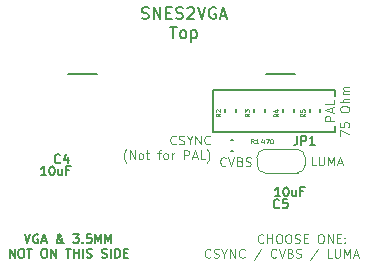
<source format=gbr>
G04 #@! TF.GenerationSoftware,KiCad,Pcbnew,(5.1.8-0-10_14)*
G04 #@! TF.CreationDate,2021-09-18T16:08:48-04:00*
G04 #@! TF.ProjectId,SNES2VGA,534e4553-3256-4474-912e-6b696361645f,1*
G04 #@! TF.SameCoordinates,Original*
G04 #@! TF.FileFunction,Legend,Top*
G04 #@! TF.FilePolarity,Positive*
%FSLAX46Y46*%
G04 Gerber Fmt 4.6, Leading zero omitted, Abs format (unit mm)*
G04 Created by KiCad (PCBNEW (5.1.8-0-10_14)) date 2021-09-18 16:08:48*
%MOMM*%
%LPD*%
G01*
G04 APERTURE LIST*
%ADD10C,0.127000*%
%ADD11C,0.150000*%
%ADD12C,0.125000*%
%ADD13C,0.120000*%
%ADD14C,0.098425*%
%ADD15C,0.100000*%
%ADD16O,1.609600X3.117600*%
%ADD17C,1.801600*%
%ADD18C,4.167600*%
%ADD19C,0.152400*%
G04 APERTURE END LIST*
D10*
X148120000Y-95930000D02*
X150540000Y-95930000D01*
X131380000Y-95930000D02*
X133830000Y-95930000D01*
X127667857Y-109493285D02*
X127917857Y-110243285D01*
X128167857Y-109493285D01*
X128810714Y-109529000D02*
X128739285Y-109493285D01*
X128632142Y-109493285D01*
X128525000Y-109529000D01*
X128453571Y-109600428D01*
X128417857Y-109671857D01*
X128382142Y-109814714D01*
X128382142Y-109921857D01*
X128417857Y-110064714D01*
X128453571Y-110136142D01*
X128525000Y-110207571D01*
X128632142Y-110243285D01*
X128703571Y-110243285D01*
X128810714Y-110207571D01*
X128846428Y-110171857D01*
X128846428Y-109921857D01*
X128703571Y-109921857D01*
X129132142Y-110029000D02*
X129489285Y-110029000D01*
X129060714Y-110243285D02*
X129310714Y-109493285D01*
X129560714Y-110243285D01*
X130989285Y-110243285D02*
X130953571Y-110243285D01*
X130882142Y-110207571D01*
X130775000Y-110100428D01*
X130596428Y-109886142D01*
X130525000Y-109779000D01*
X130489285Y-109671857D01*
X130489285Y-109600428D01*
X130525000Y-109529000D01*
X130596428Y-109493285D01*
X130632142Y-109493285D01*
X130703571Y-109529000D01*
X130739285Y-109600428D01*
X130739285Y-109636142D01*
X130703571Y-109707571D01*
X130667857Y-109743285D01*
X130453571Y-109886142D01*
X130417857Y-109921857D01*
X130382142Y-109993285D01*
X130382142Y-110100428D01*
X130417857Y-110171857D01*
X130453571Y-110207571D01*
X130525000Y-110243285D01*
X130632142Y-110243285D01*
X130703571Y-110207571D01*
X130739285Y-110171857D01*
X130846428Y-110029000D01*
X130882142Y-109921857D01*
X130882142Y-109850428D01*
X131810714Y-109493285D02*
X132275000Y-109493285D01*
X132025000Y-109779000D01*
X132132142Y-109779000D01*
X132203571Y-109814714D01*
X132239285Y-109850428D01*
X132275000Y-109921857D01*
X132275000Y-110100428D01*
X132239285Y-110171857D01*
X132203571Y-110207571D01*
X132132142Y-110243285D01*
X131917857Y-110243285D01*
X131846428Y-110207571D01*
X131810714Y-110171857D01*
X132596428Y-110171857D02*
X132632142Y-110207571D01*
X132596428Y-110243285D01*
X132560714Y-110207571D01*
X132596428Y-110171857D01*
X132596428Y-110243285D01*
X133310714Y-109493285D02*
X132953571Y-109493285D01*
X132917857Y-109850428D01*
X132953571Y-109814714D01*
X133025000Y-109779000D01*
X133203571Y-109779000D01*
X133275000Y-109814714D01*
X133310714Y-109850428D01*
X133346428Y-109921857D01*
X133346428Y-110100428D01*
X133310714Y-110171857D01*
X133275000Y-110207571D01*
X133203571Y-110243285D01*
X133025000Y-110243285D01*
X132953571Y-110207571D01*
X132917857Y-110171857D01*
X133667857Y-110243285D02*
X133667857Y-109493285D01*
X133917857Y-110029000D01*
X134167857Y-109493285D01*
X134167857Y-110243285D01*
X134525000Y-110243285D02*
X134525000Y-109493285D01*
X134775000Y-110029000D01*
X135025000Y-109493285D01*
X135025000Y-110243285D01*
X126400000Y-111495285D02*
X126400000Y-110745285D01*
X126828571Y-111495285D01*
X126828571Y-110745285D01*
X127328571Y-110745285D02*
X127471428Y-110745285D01*
X127542857Y-110781000D01*
X127614285Y-110852428D01*
X127650000Y-110995285D01*
X127650000Y-111245285D01*
X127614285Y-111388142D01*
X127542857Y-111459571D01*
X127471428Y-111495285D01*
X127328571Y-111495285D01*
X127257142Y-111459571D01*
X127185714Y-111388142D01*
X127150000Y-111245285D01*
X127150000Y-110995285D01*
X127185714Y-110852428D01*
X127257142Y-110781000D01*
X127328571Y-110745285D01*
X127864285Y-110745285D02*
X128292857Y-110745285D01*
X128078571Y-111495285D02*
X128078571Y-110745285D01*
X129257142Y-110745285D02*
X129400000Y-110745285D01*
X129471428Y-110781000D01*
X129542857Y-110852428D01*
X129578571Y-110995285D01*
X129578571Y-111245285D01*
X129542857Y-111388142D01*
X129471428Y-111459571D01*
X129400000Y-111495285D01*
X129257142Y-111495285D01*
X129185714Y-111459571D01*
X129114285Y-111388142D01*
X129078571Y-111245285D01*
X129078571Y-110995285D01*
X129114285Y-110852428D01*
X129185714Y-110781000D01*
X129257142Y-110745285D01*
X129900000Y-111495285D02*
X129900000Y-110745285D01*
X130328571Y-111495285D01*
X130328571Y-110745285D01*
X131150000Y-110745285D02*
X131578571Y-110745285D01*
X131364285Y-111495285D02*
X131364285Y-110745285D01*
X131828571Y-111495285D02*
X131828571Y-110745285D01*
X131828571Y-111102428D02*
X132257142Y-111102428D01*
X132257142Y-111495285D02*
X132257142Y-110745285D01*
X132614285Y-111495285D02*
X132614285Y-110745285D01*
X132935714Y-111459571D02*
X133042857Y-111495285D01*
X133221428Y-111495285D01*
X133292857Y-111459571D01*
X133328571Y-111423857D01*
X133364285Y-111352428D01*
X133364285Y-111281000D01*
X133328571Y-111209571D01*
X133292857Y-111173857D01*
X133221428Y-111138142D01*
X133078571Y-111102428D01*
X133007142Y-111066714D01*
X132971428Y-111031000D01*
X132935714Y-110959571D01*
X132935714Y-110888142D01*
X132971428Y-110816714D01*
X133007142Y-110781000D01*
X133078571Y-110745285D01*
X133257142Y-110745285D01*
X133364285Y-110781000D01*
X134221428Y-111459571D02*
X134328571Y-111495285D01*
X134507142Y-111495285D01*
X134578571Y-111459571D01*
X134614285Y-111423857D01*
X134650000Y-111352428D01*
X134650000Y-111281000D01*
X134614285Y-111209571D01*
X134578571Y-111173857D01*
X134507142Y-111138142D01*
X134364285Y-111102428D01*
X134292857Y-111066714D01*
X134257142Y-111031000D01*
X134221428Y-110959571D01*
X134221428Y-110888142D01*
X134257142Y-110816714D01*
X134292857Y-110781000D01*
X134364285Y-110745285D01*
X134542857Y-110745285D01*
X134650000Y-110781000D01*
X134971428Y-111495285D02*
X134971428Y-110745285D01*
X135328571Y-111495285D02*
X135328571Y-110745285D01*
X135507142Y-110745285D01*
X135614285Y-110781000D01*
X135685714Y-110852428D01*
X135721428Y-110923857D01*
X135757142Y-111066714D01*
X135757142Y-111173857D01*
X135721428Y-111316714D01*
X135685714Y-111388142D01*
X135614285Y-111459571D01*
X135507142Y-111495285D01*
X135328571Y-111495285D01*
X136078571Y-111102428D02*
X136328571Y-111102428D01*
X136435714Y-111495285D02*
X136078571Y-111495285D01*
X136078571Y-110745285D01*
X136435714Y-110745285D01*
D11*
X137608571Y-91209761D02*
X137751428Y-91257380D01*
X137989523Y-91257380D01*
X138084761Y-91209761D01*
X138132380Y-91162142D01*
X138180000Y-91066904D01*
X138180000Y-90971666D01*
X138132380Y-90876428D01*
X138084761Y-90828809D01*
X137989523Y-90781190D01*
X137799047Y-90733571D01*
X137703809Y-90685952D01*
X137656190Y-90638333D01*
X137608571Y-90543095D01*
X137608571Y-90447857D01*
X137656190Y-90352619D01*
X137703809Y-90305000D01*
X137799047Y-90257380D01*
X138037142Y-90257380D01*
X138180000Y-90305000D01*
X138608571Y-91257380D02*
X138608571Y-90257380D01*
X139180000Y-91257380D01*
X139180000Y-90257380D01*
X139656190Y-90733571D02*
X139989523Y-90733571D01*
X140132380Y-91257380D02*
X139656190Y-91257380D01*
X139656190Y-90257380D01*
X140132380Y-90257380D01*
X140513333Y-91209761D02*
X140656190Y-91257380D01*
X140894285Y-91257380D01*
X140989523Y-91209761D01*
X141037142Y-91162142D01*
X141084761Y-91066904D01*
X141084761Y-90971666D01*
X141037142Y-90876428D01*
X140989523Y-90828809D01*
X140894285Y-90781190D01*
X140703809Y-90733571D01*
X140608571Y-90685952D01*
X140560952Y-90638333D01*
X140513333Y-90543095D01*
X140513333Y-90447857D01*
X140560952Y-90352619D01*
X140608571Y-90305000D01*
X140703809Y-90257380D01*
X140941904Y-90257380D01*
X141084761Y-90305000D01*
X141465714Y-90352619D02*
X141513333Y-90305000D01*
X141608571Y-90257380D01*
X141846666Y-90257380D01*
X141941904Y-90305000D01*
X141989523Y-90352619D01*
X142037142Y-90447857D01*
X142037142Y-90543095D01*
X141989523Y-90685952D01*
X141418095Y-91257380D01*
X142037142Y-91257380D01*
X142322857Y-90257380D02*
X142656190Y-91257380D01*
X142989523Y-90257380D01*
X143846666Y-90305000D02*
X143751428Y-90257380D01*
X143608571Y-90257380D01*
X143465714Y-90305000D01*
X143370476Y-90400238D01*
X143322857Y-90495476D01*
X143275238Y-90685952D01*
X143275238Y-90828809D01*
X143322857Y-91019285D01*
X143370476Y-91114523D01*
X143465714Y-91209761D01*
X143608571Y-91257380D01*
X143703809Y-91257380D01*
X143846666Y-91209761D01*
X143894285Y-91162142D01*
X143894285Y-90828809D01*
X143703809Y-90828809D01*
X144275238Y-90971666D02*
X144751428Y-90971666D01*
X144180000Y-91257380D02*
X144513333Y-90257380D01*
X144846666Y-91257380D01*
X139989523Y-91907380D02*
X140560952Y-91907380D01*
X140275238Y-92907380D02*
X140275238Y-91907380D01*
X141037142Y-92907380D02*
X140941904Y-92859761D01*
X140894285Y-92812142D01*
X140846666Y-92716904D01*
X140846666Y-92431190D01*
X140894285Y-92335952D01*
X140941904Y-92288333D01*
X141037142Y-92240714D01*
X141180000Y-92240714D01*
X141275238Y-92288333D01*
X141322857Y-92335952D01*
X141370476Y-92431190D01*
X141370476Y-92716904D01*
X141322857Y-92812142D01*
X141275238Y-92859761D01*
X141180000Y-92907380D01*
X141037142Y-92907380D01*
X141799047Y-92240714D02*
X141799047Y-93240714D01*
X141799047Y-92288333D02*
X141894285Y-92240714D01*
X142084761Y-92240714D01*
X142180000Y-92288333D01*
X142227619Y-92335952D01*
X142275238Y-92431190D01*
X142275238Y-92716904D01*
X142227619Y-92812142D01*
X142180000Y-92859761D01*
X142084761Y-92907380D01*
X141894285Y-92907380D01*
X141799047Y-92859761D01*
D12*
X147902142Y-110162857D02*
X147866428Y-110198571D01*
X147759285Y-110234285D01*
X147687857Y-110234285D01*
X147580714Y-110198571D01*
X147509285Y-110127142D01*
X147473571Y-110055714D01*
X147437857Y-109912857D01*
X147437857Y-109805714D01*
X147473571Y-109662857D01*
X147509285Y-109591428D01*
X147580714Y-109520000D01*
X147687857Y-109484285D01*
X147759285Y-109484285D01*
X147866428Y-109520000D01*
X147902142Y-109555714D01*
X148223571Y-110234285D02*
X148223571Y-109484285D01*
X148223571Y-109841428D02*
X148652142Y-109841428D01*
X148652142Y-110234285D02*
X148652142Y-109484285D01*
X149152142Y-109484285D02*
X149295000Y-109484285D01*
X149366428Y-109520000D01*
X149437857Y-109591428D01*
X149473571Y-109734285D01*
X149473571Y-109984285D01*
X149437857Y-110127142D01*
X149366428Y-110198571D01*
X149295000Y-110234285D01*
X149152142Y-110234285D01*
X149080714Y-110198571D01*
X149009285Y-110127142D01*
X148973571Y-109984285D01*
X148973571Y-109734285D01*
X149009285Y-109591428D01*
X149080714Y-109520000D01*
X149152142Y-109484285D01*
X149937857Y-109484285D02*
X150080714Y-109484285D01*
X150152142Y-109520000D01*
X150223571Y-109591428D01*
X150259285Y-109734285D01*
X150259285Y-109984285D01*
X150223571Y-110127142D01*
X150152142Y-110198571D01*
X150080714Y-110234285D01*
X149937857Y-110234285D01*
X149866428Y-110198571D01*
X149795000Y-110127142D01*
X149759285Y-109984285D01*
X149759285Y-109734285D01*
X149795000Y-109591428D01*
X149866428Y-109520000D01*
X149937857Y-109484285D01*
X150545000Y-110198571D02*
X150652142Y-110234285D01*
X150830714Y-110234285D01*
X150902142Y-110198571D01*
X150937857Y-110162857D01*
X150973571Y-110091428D01*
X150973571Y-110020000D01*
X150937857Y-109948571D01*
X150902142Y-109912857D01*
X150830714Y-109877142D01*
X150687857Y-109841428D01*
X150616428Y-109805714D01*
X150580714Y-109770000D01*
X150545000Y-109698571D01*
X150545000Y-109627142D01*
X150580714Y-109555714D01*
X150616428Y-109520000D01*
X150687857Y-109484285D01*
X150866428Y-109484285D01*
X150973571Y-109520000D01*
X151295000Y-109841428D02*
X151545000Y-109841428D01*
X151652142Y-110234285D02*
X151295000Y-110234285D01*
X151295000Y-109484285D01*
X151652142Y-109484285D01*
X152687857Y-109484285D02*
X152830714Y-109484285D01*
X152902142Y-109520000D01*
X152973571Y-109591428D01*
X153009285Y-109734285D01*
X153009285Y-109984285D01*
X152973571Y-110127142D01*
X152902142Y-110198571D01*
X152830714Y-110234285D01*
X152687857Y-110234285D01*
X152616428Y-110198571D01*
X152545000Y-110127142D01*
X152509285Y-109984285D01*
X152509285Y-109734285D01*
X152545000Y-109591428D01*
X152616428Y-109520000D01*
X152687857Y-109484285D01*
X153330714Y-110234285D02*
X153330714Y-109484285D01*
X153759285Y-110234285D01*
X153759285Y-109484285D01*
X154116428Y-109841428D02*
X154366428Y-109841428D01*
X154473571Y-110234285D02*
X154116428Y-110234285D01*
X154116428Y-109484285D01*
X154473571Y-109484285D01*
X154795000Y-110162857D02*
X154830714Y-110198571D01*
X154795000Y-110234285D01*
X154759285Y-110198571D01*
X154795000Y-110162857D01*
X154795000Y-110234285D01*
X154795000Y-109770000D02*
X154830714Y-109805714D01*
X154795000Y-109841428D01*
X154759285Y-109805714D01*
X154795000Y-109770000D01*
X154795000Y-109841428D01*
X143402142Y-111412857D02*
X143366428Y-111448571D01*
X143259285Y-111484285D01*
X143187857Y-111484285D01*
X143080714Y-111448571D01*
X143009285Y-111377142D01*
X142973571Y-111305714D01*
X142937857Y-111162857D01*
X142937857Y-111055714D01*
X142973571Y-110912857D01*
X143009285Y-110841428D01*
X143080714Y-110770000D01*
X143187857Y-110734285D01*
X143259285Y-110734285D01*
X143366428Y-110770000D01*
X143402142Y-110805714D01*
X143687857Y-111448571D02*
X143795000Y-111484285D01*
X143973571Y-111484285D01*
X144045000Y-111448571D01*
X144080714Y-111412857D01*
X144116428Y-111341428D01*
X144116428Y-111270000D01*
X144080714Y-111198571D01*
X144045000Y-111162857D01*
X143973571Y-111127142D01*
X143830714Y-111091428D01*
X143759285Y-111055714D01*
X143723571Y-111020000D01*
X143687857Y-110948571D01*
X143687857Y-110877142D01*
X143723571Y-110805714D01*
X143759285Y-110770000D01*
X143830714Y-110734285D01*
X144009285Y-110734285D01*
X144116428Y-110770000D01*
X144580714Y-111127142D02*
X144580714Y-111484285D01*
X144330714Y-110734285D02*
X144580714Y-111127142D01*
X144830714Y-110734285D01*
X145080714Y-111484285D02*
X145080714Y-110734285D01*
X145509285Y-111484285D01*
X145509285Y-110734285D01*
X146295000Y-111412857D02*
X146259285Y-111448571D01*
X146152142Y-111484285D01*
X146080714Y-111484285D01*
X145973571Y-111448571D01*
X145902142Y-111377142D01*
X145866428Y-111305714D01*
X145830714Y-111162857D01*
X145830714Y-111055714D01*
X145866428Y-110912857D01*
X145902142Y-110841428D01*
X145973571Y-110770000D01*
X146080714Y-110734285D01*
X146152142Y-110734285D01*
X146259285Y-110770000D01*
X146295000Y-110805714D01*
X147723571Y-110698571D02*
X147080714Y-111662857D01*
X148973571Y-111412857D02*
X148937857Y-111448571D01*
X148830714Y-111484285D01*
X148759285Y-111484285D01*
X148652142Y-111448571D01*
X148580714Y-111377142D01*
X148545000Y-111305714D01*
X148509285Y-111162857D01*
X148509285Y-111055714D01*
X148545000Y-110912857D01*
X148580714Y-110841428D01*
X148652142Y-110770000D01*
X148759285Y-110734285D01*
X148830714Y-110734285D01*
X148937857Y-110770000D01*
X148973571Y-110805714D01*
X149187857Y-110734285D02*
X149437857Y-111484285D01*
X149687857Y-110734285D01*
X150187857Y-111091428D02*
X150295000Y-111127142D01*
X150330714Y-111162857D01*
X150366428Y-111234285D01*
X150366428Y-111341428D01*
X150330714Y-111412857D01*
X150295000Y-111448571D01*
X150223571Y-111484285D01*
X149937857Y-111484285D01*
X149937857Y-110734285D01*
X150187857Y-110734285D01*
X150259285Y-110770000D01*
X150295000Y-110805714D01*
X150330714Y-110877142D01*
X150330714Y-110948571D01*
X150295000Y-111020000D01*
X150259285Y-111055714D01*
X150187857Y-111091428D01*
X149937857Y-111091428D01*
X150652142Y-111448571D02*
X150759285Y-111484285D01*
X150937857Y-111484285D01*
X151009285Y-111448571D01*
X151045000Y-111412857D01*
X151080714Y-111341428D01*
X151080714Y-111270000D01*
X151045000Y-111198571D01*
X151009285Y-111162857D01*
X150937857Y-111127142D01*
X150795000Y-111091428D01*
X150723571Y-111055714D01*
X150687857Y-111020000D01*
X150652142Y-110948571D01*
X150652142Y-110877142D01*
X150687857Y-110805714D01*
X150723571Y-110770000D01*
X150795000Y-110734285D01*
X150973571Y-110734285D01*
X151080714Y-110770000D01*
X152509285Y-110698571D02*
X151866428Y-111662857D01*
X153687857Y-111484285D02*
X153330714Y-111484285D01*
X153330714Y-110734285D01*
X153937857Y-110734285D02*
X153937857Y-111341428D01*
X153973571Y-111412857D01*
X154009285Y-111448571D01*
X154080714Y-111484285D01*
X154223571Y-111484285D01*
X154295000Y-111448571D01*
X154330714Y-111412857D01*
X154366428Y-111341428D01*
X154366428Y-110734285D01*
X154723571Y-111484285D02*
X154723571Y-110734285D01*
X154973571Y-111270000D01*
X155223571Y-110734285D01*
X155223571Y-111484285D01*
X155545000Y-111270000D02*
X155902142Y-111270000D01*
X155473571Y-111484285D02*
X155723571Y-110734285D01*
X155973571Y-111484285D01*
X140463035Y-101812857D02*
X140427321Y-101848571D01*
X140320178Y-101884285D01*
X140248750Y-101884285D01*
X140141607Y-101848571D01*
X140070178Y-101777142D01*
X140034464Y-101705714D01*
X139998750Y-101562857D01*
X139998750Y-101455714D01*
X140034464Y-101312857D01*
X140070178Y-101241428D01*
X140141607Y-101170000D01*
X140248750Y-101134285D01*
X140320178Y-101134285D01*
X140427321Y-101170000D01*
X140463035Y-101205714D01*
X140748750Y-101848571D02*
X140855892Y-101884285D01*
X141034464Y-101884285D01*
X141105892Y-101848571D01*
X141141607Y-101812857D01*
X141177321Y-101741428D01*
X141177321Y-101670000D01*
X141141607Y-101598571D01*
X141105892Y-101562857D01*
X141034464Y-101527142D01*
X140891607Y-101491428D01*
X140820178Y-101455714D01*
X140784464Y-101420000D01*
X140748750Y-101348571D01*
X140748750Y-101277142D01*
X140784464Y-101205714D01*
X140820178Y-101170000D01*
X140891607Y-101134285D01*
X141070178Y-101134285D01*
X141177321Y-101170000D01*
X141641607Y-101527142D02*
X141641607Y-101884285D01*
X141391607Y-101134285D02*
X141641607Y-101527142D01*
X141891607Y-101134285D01*
X142141607Y-101884285D02*
X142141607Y-101134285D01*
X142570178Y-101884285D01*
X142570178Y-101134285D01*
X143355892Y-101812857D02*
X143320178Y-101848571D01*
X143213035Y-101884285D01*
X143141607Y-101884285D01*
X143034464Y-101848571D01*
X142963035Y-101777142D01*
X142927321Y-101705714D01*
X142891607Y-101562857D01*
X142891607Y-101455714D01*
X142927321Y-101312857D01*
X142963035Y-101241428D01*
X143034464Y-101170000D01*
X143141607Y-101134285D01*
X143213035Y-101134285D01*
X143320178Y-101170000D01*
X143355892Y-101205714D01*
X136284464Y-103420000D02*
X136248750Y-103384285D01*
X136177321Y-103277142D01*
X136141607Y-103205714D01*
X136105892Y-103098571D01*
X136070178Y-102920000D01*
X136070178Y-102777142D01*
X136105892Y-102598571D01*
X136141607Y-102491428D01*
X136177321Y-102420000D01*
X136248750Y-102312857D01*
X136284464Y-102277142D01*
X136570178Y-103134285D02*
X136570178Y-102384285D01*
X136998750Y-103134285D01*
X136998750Y-102384285D01*
X137463035Y-103134285D02*
X137391607Y-103098571D01*
X137355892Y-103062857D01*
X137320178Y-102991428D01*
X137320178Y-102777142D01*
X137355892Y-102705714D01*
X137391607Y-102670000D01*
X137463035Y-102634285D01*
X137570178Y-102634285D01*
X137641607Y-102670000D01*
X137677321Y-102705714D01*
X137713035Y-102777142D01*
X137713035Y-102991428D01*
X137677321Y-103062857D01*
X137641607Y-103098571D01*
X137570178Y-103134285D01*
X137463035Y-103134285D01*
X137927321Y-102634285D02*
X138213035Y-102634285D01*
X138034464Y-102384285D02*
X138034464Y-103027142D01*
X138070178Y-103098571D01*
X138141607Y-103134285D01*
X138213035Y-103134285D01*
X138927321Y-102634285D02*
X139213035Y-102634285D01*
X139034464Y-103134285D02*
X139034464Y-102491428D01*
X139070178Y-102420000D01*
X139141607Y-102384285D01*
X139213035Y-102384285D01*
X139570178Y-103134285D02*
X139498750Y-103098571D01*
X139463035Y-103062857D01*
X139427321Y-102991428D01*
X139427321Y-102777142D01*
X139463035Y-102705714D01*
X139498750Y-102670000D01*
X139570178Y-102634285D01*
X139677321Y-102634285D01*
X139748750Y-102670000D01*
X139784464Y-102705714D01*
X139820178Y-102777142D01*
X139820178Y-102991428D01*
X139784464Y-103062857D01*
X139748750Y-103098571D01*
X139677321Y-103134285D01*
X139570178Y-103134285D01*
X140141607Y-103134285D02*
X140141607Y-102634285D01*
X140141607Y-102777142D02*
X140177321Y-102705714D01*
X140213035Y-102670000D01*
X140284464Y-102634285D01*
X140355892Y-102634285D01*
X141177321Y-103134285D02*
X141177321Y-102384285D01*
X141463035Y-102384285D01*
X141534464Y-102420000D01*
X141570178Y-102455714D01*
X141605892Y-102527142D01*
X141605892Y-102634285D01*
X141570178Y-102705714D01*
X141534464Y-102741428D01*
X141463035Y-102777142D01*
X141177321Y-102777142D01*
X141891607Y-102920000D02*
X142248750Y-102920000D01*
X141820178Y-103134285D02*
X142070178Y-102384285D01*
X142320178Y-103134285D01*
X142927321Y-103134285D02*
X142570178Y-103134285D01*
X142570178Y-102384285D01*
X143105892Y-103420000D02*
X143141607Y-103384285D01*
X143213035Y-103277142D01*
X143248750Y-103205714D01*
X143284464Y-103098571D01*
X143320178Y-102920000D01*
X143320178Y-102777142D01*
X143284464Y-102598571D01*
X143248750Y-102491428D01*
X143213035Y-102420000D01*
X143141607Y-102312857D01*
X143105892Y-102277142D01*
X144720571Y-103645857D02*
X144684857Y-103681571D01*
X144577714Y-103717285D01*
X144506285Y-103717285D01*
X144399142Y-103681571D01*
X144327714Y-103610142D01*
X144292000Y-103538714D01*
X144256285Y-103395857D01*
X144256285Y-103288714D01*
X144292000Y-103145857D01*
X144327714Y-103074428D01*
X144399142Y-103003000D01*
X144506285Y-102967285D01*
X144577714Y-102967285D01*
X144684857Y-103003000D01*
X144720571Y-103038714D01*
X144934857Y-102967285D02*
X145184857Y-103717285D01*
X145434857Y-102967285D01*
X145934857Y-103324428D02*
X146042000Y-103360142D01*
X146077714Y-103395857D01*
X146113428Y-103467285D01*
X146113428Y-103574428D01*
X146077714Y-103645857D01*
X146042000Y-103681571D01*
X145970571Y-103717285D01*
X145684857Y-103717285D01*
X145684857Y-102967285D01*
X145934857Y-102967285D01*
X146006285Y-103003000D01*
X146042000Y-103038714D01*
X146077714Y-103110142D01*
X146077714Y-103181571D01*
X146042000Y-103253000D01*
X146006285Y-103288714D01*
X145934857Y-103324428D01*
X145684857Y-103324428D01*
X146399142Y-103681571D02*
X146506285Y-103717285D01*
X146684857Y-103717285D01*
X146756285Y-103681571D01*
X146792000Y-103645857D01*
X146827714Y-103574428D01*
X146827714Y-103503000D01*
X146792000Y-103431571D01*
X146756285Y-103395857D01*
X146684857Y-103360142D01*
X146542000Y-103324428D01*
X146470571Y-103288714D01*
X146434857Y-103253000D01*
X146399142Y-103181571D01*
X146399142Y-103110142D01*
X146434857Y-103038714D01*
X146470571Y-103003000D01*
X146542000Y-102967285D01*
X146720571Y-102967285D01*
X146827714Y-103003000D01*
X152329285Y-103669285D02*
X151972142Y-103669285D01*
X151972142Y-102919285D01*
X152579285Y-102919285D02*
X152579285Y-103526428D01*
X152615000Y-103597857D01*
X152650714Y-103633571D01*
X152722142Y-103669285D01*
X152865000Y-103669285D01*
X152936428Y-103633571D01*
X152972142Y-103597857D01*
X153007857Y-103526428D01*
X153007857Y-102919285D01*
X153365000Y-103669285D02*
X153365000Y-102919285D01*
X153615000Y-103455000D01*
X153865000Y-102919285D01*
X153865000Y-103669285D01*
X154186428Y-103455000D02*
X154543571Y-103455000D01*
X154115000Y-103669285D02*
X154365000Y-102919285D01*
X154615000Y-103669285D01*
X153892285Y-99881428D02*
X153142285Y-99881428D01*
X153142285Y-99595714D01*
X153178000Y-99524285D01*
X153213714Y-99488571D01*
X153285142Y-99452857D01*
X153392285Y-99452857D01*
X153463714Y-99488571D01*
X153499428Y-99524285D01*
X153535142Y-99595714D01*
X153535142Y-99881428D01*
X153678000Y-99167142D02*
X153678000Y-98810000D01*
X153892285Y-99238571D02*
X153142285Y-98988571D01*
X153892285Y-98738571D01*
X153892285Y-98131428D02*
X153892285Y-98488571D01*
X153142285Y-98488571D01*
X154392285Y-101185000D02*
X154392285Y-100685000D01*
X155142285Y-101006428D01*
X154392285Y-100042142D02*
X154392285Y-100399285D01*
X154749428Y-100435000D01*
X154713714Y-100399285D01*
X154678000Y-100327857D01*
X154678000Y-100149285D01*
X154713714Y-100077857D01*
X154749428Y-100042142D01*
X154820857Y-100006428D01*
X154999428Y-100006428D01*
X155070857Y-100042142D01*
X155106571Y-100077857D01*
X155142285Y-100149285D01*
X155142285Y-100327857D01*
X155106571Y-100399285D01*
X155070857Y-100435000D01*
X154392285Y-98970714D02*
X154392285Y-98827857D01*
X154428000Y-98756428D01*
X154499428Y-98685000D01*
X154642285Y-98649285D01*
X154892285Y-98649285D01*
X155035142Y-98685000D01*
X155106571Y-98756428D01*
X155142285Y-98827857D01*
X155142285Y-98970714D01*
X155106571Y-99042142D01*
X155035142Y-99113571D01*
X154892285Y-99149285D01*
X154642285Y-99149285D01*
X154499428Y-99113571D01*
X154428000Y-99042142D01*
X154392285Y-98970714D01*
X155142285Y-98327857D02*
X154392285Y-98327857D01*
X155142285Y-98006428D02*
X154749428Y-98006428D01*
X154678000Y-98042142D01*
X154642285Y-98113571D01*
X154642285Y-98220714D01*
X154678000Y-98292142D01*
X154713714Y-98327857D01*
X155142285Y-97649285D02*
X154642285Y-97649285D01*
X154713714Y-97649285D02*
X154678000Y-97613571D01*
X154642285Y-97542142D01*
X154642285Y-97435000D01*
X154678000Y-97363571D01*
X154749428Y-97327857D01*
X155142285Y-97327857D01*
X154749428Y-97327857D02*
X154678000Y-97292142D01*
X154642285Y-97220714D01*
X154642285Y-97113571D01*
X154678000Y-97042142D01*
X154749428Y-97006428D01*
X155142285Y-97006428D01*
D10*
X153924000Y-97282000D02*
X143640000Y-97282000D01*
X153924000Y-97790000D02*
X153924000Y-97282000D01*
X153924000Y-100838000D02*
X153924000Y-100330000D01*
X143640000Y-100838000D02*
X153924000Y-100838000D01*
X143640000Y-97280000D02*
X143640000Y-100830000D01*
X145140000Y-101510000D02*
X145360000Y-101510000D01*
X145140000Y-102410000D02*
X145360000Y-102410000D01*
X144680000Y-99130000D02*
X144680000Y-98910000D01*
X145580000Y-99130000D02*
X145580000Y-98910000D01*
X147110000Y-99130000D02*
X147110000Y-98910000D01*
X148010000Y-99130000D02*
X148010000Y-98910000D01*
X149560000Y-99130000D02*
X149560000Y-98910000D01*
X150460000Y-99130000D02*
X150460000Y-98910000D01*
X151820000Y-99130000D02*
X151820000Y-98910000D01*
X152720000Y-99130000D02*
X152720000Y-98910000D01*
D13*
X147990000Y-102300000D02*
X150790000Y-102300000D01*
X151440000Y-103000000D02*
X151440000Y-103600000D01*
X150790000Y-104300000D02*
X147990000Y-104300000D01*
X147340000Y-103600000D02*
X147340000Y-103000000D01*
X150740000Y-102300000D02*
G75*
G02*
X151440000Y-103000000I0J-700000D01*
G01*
X151440000Y-103600000D02*
G75*
G02*
X150740000Y-104300000I-700000J0D01*
G01*
X148040000Y-104300000D02*
G75*
G02*
X147340000Y-103600000I0J700000D01*
G01*
X147340000Y-103000000D02*
G75*
G02*
X148040000Y-102300000I700000J0D01*
G01*
D11*
X130685000Y-103391857D02*
X130649285Y-103427571D01*
X130542142Y-103463285D01*
X130470714Y-103463285D01*
X130363571Y-103427571D01*
X130292142Y-103356142D01*
X130256428Y-103284714D01*
X130220714Y-103141857D01*
X130220714Y-103034714D01*
X130256428Y-102891857D01*
X130292142Y-102820428D01*
X130363571Y-102749000D01*
X130470714Y-102713285D01*
X130542142Y-102713285D01*
X130649285Y-102749000D01*
X130685000Y-102784714D01*
X131327857Y-102963285D02*
X131327857Y-103463285D01*
X131149285Y-102677571D02*
X130970714Y-103213285D01*
X131435000Y-103213285D01*
X129498428Y-104479285D02*
X129069857Y-104479285D01*
X129284142Y-104479285D02*
X129284142Y-103729285D01*
X129212714Y-103836428D01*
X129141285Y-103907857D01*
X129069857Y-103943571D01*
X129962714Y-103729285D02*
X130034142Y-103729285D01*
X130105571Y-103765000D01*
X130141285Y-103800714D01*
X130177000Y-103872142D01*
X130212714Y-104015000D01*
X130212714Y-104193571D01*
X130177000Y-104336428D01*
X130141285Y-104407857D01*
X130105571Y-104443571D01*
X130034142Y-104479285D01*
X129962714Y-104479285D01*
X129891285Y-104443571D01*
X129855571Y-104407857D01*
X129819857Y-104336428D01*
X129784142Y-104193571D01*
X129784142Y-104015000D01*
X129819857Y-103872142D01*
X129855571Y-103800714D01*
X129891285Y-103765000D01*
X129962714Y-103729285D01*
X130855571Y-103979285D02*
X130855571Y-104479285D01*
X130534142Y-103979285D02*
X130534142Y-104372142D01*
X130569857Y-104443571D01*
X130641285Y-104479285D01*
X130748428Y-104479285D01*
X130819857Y-104443571D01*
X130855571Y-104407857D01*
X131462714Y-104086428D02*
X131212714Y-104086428D01*
X131212714Y-104479285D02*
X131212714Y-103729285D01*
X131569857Y-103729285D01*
X149227000Y-107201857D02*
X149191285Y-107237571D01*
X149084142Y-107273285D01*
X149012714Y-107273285D01*
X148905571Y-107237571D01*
X148834142Y-107166142D01*
X148798428Y-107094714D01*
X148762714Y-106951857D01*
X148762714Y-106844714D01*
X148798428Y-106701857D01*
X148834142Y-106630428D01*
X148905571Y-106559000D01*
X149012714Y-106523285D01*
X149084142Y-106523285D01*
X149191285Y-106559000D01*
X149227000Y-106594714D01*
X149905571Y-106523285D02*
X149548428Y-106523285D01*
X149512714Y-106880428D01*
X149548428Y-106844714D01*
X149619857Y-106809000D01*
X149798428Y-106809000D01*
X149869857Y-106844714D01*
X149905571Y-106880428D01*
X149941285Y-106951857D01*
X149941285Y-107130428D01*
X149905571Y-107201857D01*
X149869857Y-107237571D01*
X149798428Y-107273285D01*
X149619857Y-107273285D01*
X149548428Y-107237571D01*
X149512714Y-107201857D01*
X149310428Y-106257285D02*
X148881857Y-106257285D01*
X149096142Y-106257285D02*
X149096142Y-105507285D01*
X149024714Y-105614428D01*
X148953285Y-105685857D01*
X148881857Y-105721571D01*
X149774714Y-105507285D02*
X149846142Y-105507285D01*
X149917571Y-105543000D01*
X149953285Y-105578714D01*
X149989000Y-105650142D01*
X150024714Y-105793000D01*
X150024714Y-105971571D01*
X149989000Y-106114428D01*
X149953285Y-106185857D01*
X149917571Y-106221571D01*
X149846142Y-106257285D01*
X149774714Y-106257285D01*
X149703285Y-106221571D01*
X149667571Y-106185857D01*
X149631857Y-106114428D01*
X149596142Y-105971571D01*
X149596142Y-105793000D01*
X149631857Y-105650142D01*
X149667571Y-105578714D01*
X149703285Y-105543000D01*
X149774714Y-105507285D01*
X150667571Y-105757285D02*
X150667571Y-106257285D01*
X150346142Y-105757285D02*
X150346142Y-106150142D01*
X150381857Y-106221571D01*
X150453285Y-106257285D01*
X150560428Y-106257285D01*
X150631857Y-106221571D01*
X150667571Y-106185857D01*
X151274714Y-105864428D02*
X151024714Y-105864428D01*
X151024714Y-106257285D02*
X151024714Y-105507285D01*
X151381857Y-105507285D01*
D14*
X147074383Y-101808102D02*
X146943149Y-101620626D01*
X146849411Y-101808102D02*
X146849411Y-101414401D01*
X146999392Y-101414401D01*
X147036887Y-101433149D01*
X147055635Y-101451897D01*
X147074383Y-101489392D01*
X147074383Y-101545635D01*
X147055635Y-101583130D01*
X147036887Y-101601878D01*
X146999392Y-101620626D01*
X146849411Y-101620626D01*
X147449336Y-101808102D02*
X147224364Y-101808102D01*
X147336850Y-101808102D02*
X147336850Y-101414401D01*
X147299355Y-101470644D01*
X147261859Y-101508140D01*
X147224364Y-101526887D01*
X147910037Y-101545635D02*
X147910037Y-101808102D01*
X147816299Y-101395654D02*
X147722560Y-101676869D01*
X147966280Y-101676869D01*
X148078766Y-101414401D02*
X148341233Y-101414401D01*
X148172504Y-101808102D01*
X148566205Y-101414401D02*
X148603701Y-101414401D01*
X148641196Y-101433149D01*
X148659944Y-101451897D01*
X148678691Y-101489392D01*
X148697439Y-101564383D01*
X148697439Y-101658121D01*
X148678691Y-101733112D01*
X148659944Y-101770607D01*
X148641196Y-101789355D01*
X148603701Y-101808102D01*
X148566205Y-101808102D01*
X148528710Y-101789355D01*
X148509962Y-101770607D01*
X148491215Y-101733112D01*
X148472467Y-101658121D01*
X148472467Y-101564383D01*
X148491215Y-101489392D01*
X148509962Y-101451897D01*
X148528710Y-101433149D01*
X148566205Y-101414401D01*
X144258102Y-99295616D02*
X144070626Y-99426850D01*
X144258102Y-99520588D02*
X143864401Y-99520588D01*
X143864401Y-99370607D01*
X143883149Y-99333112D01*
X143901897Y-99314364D01*
X143939392Y-99295616D01*
X143995635Y-99295616D01*
X144033130Y-99314364D01*
X144051878Y-99333112D01*
X144070626Y-99370607D01*
X144070626Y-99520588D01*
X143901897Y-99145635D02*
X143883149Y-99126887D01*
X143864401Y-99089392D01*
X143864401Y-98995654D01*
X143883149Y-98958158D01*
X143901897Y-98939411D01*
X143939392Y-98920663D01*
X143976887Y-98920663D01*
X144033130Y-98939411D01*
X144258102Y-99164383D01*
X144258102Y-98920663D01*
X146688102Y-99295616D02*
X146500626Y-99426850D01*
X146688102Y-99520588D02*
X146294401Y-99520588D01*
X146294401Y-99370607D01*
X146313149Y-99333112D01*
X146331897Y-99314364D01*
X146369392Y-99295616D01*
X146425635Y-99295616D01*
X146463130Y-99314364D01*
X146481878Y-99333112D01*
X146500626Y-99370607D01*
X146500626Y-99520588D01*
X146294401Y-99164383D02*
X146294401Y-98920663D01*
X146444383Y-99051897D01*
X146444383Y-98995654D01*
X146463130Y-98958158D01*
X146481878Y-98939411D01*
X146519373Y-98920663D01*
X146613112Y-98920663D01*
X146650607Y-98939411D01*
X146669355Y-98958158D01*
X146688102Y-98995654D01*
X146688102Y-99108140D01*
X146669355Y-99145635D01*
X146650607Y-99164383D01*
X149138102Y-99295616D02*
X148950626Y-99426850D01*
X149138102Y-99520588D02*
X148744401Y-99520588D01*
X148744401Y-99370607D01*
X148763149Y-99333112D01*
X148781897Y-99314364D01*
X148819392Y-99295616D01*
X148875635Y-99295616D01*
X148913130Y-99314364D01*
X148931878Y-99333112D01*
X148950626Y-99370607D01*
X148950626Y-99520588D01*
X148875635Y-98958158D02*
X149138102Y-98958158D01*
X148725654Y-99051897D02*
X149006869Y-99145635D01*
X149006869Y-98901915D01*
X151398102Y-99295616D02*
X151210626Y-99426850D01*
X151398102Y-99520588D02*
X151004401Y-99520588D01*
X151004401Y-99370607D01*
X151023149Y-99333112D01*
X151041897Y-99314364D01*
X151079392Y-99295616D01*
X151135635Y-99295616D01*
X151173130Y-99314364D01*
X151191878Y-99333112D01*
X151210626Y-99370607D01*
X151210626Y-99520588D01*
X151004401Y-98939411D02*
X151004401Y-99126887D01*
X151191878Y-99145635D01*
X151173130Y-99126887D01*
X151154383Y-99089392D01*
X151154383Y-98995654D01*
X151173130Y-98958158D01*
X151191878Y-98939411D01*
X151229373Y-98920663D01*
X151323112Y-98920663D01*
X151360607Y-98939411D01*
X151379355Y-98958158D01*
X151398102Y-98995654D01*
X151398102Y-99089392D01*
X151379355Y-99126887D01*
X151360607Y-99145635D01*
D11*
X150755000Y-101169285D02*
X150755000Y-101705000D01*
X150719285Y-101812142D01*
X150647857Y-101883571D01*
X150540714Y-101919285D01*
X150469285Y-101919285D01*
X151112142Y-101919285D02*
X151112142Y-101169285D01*
X151397857Y-101169285D01*
X151469285Y-101205000D01*
X151505000Y-101240714D01*
X151540714Y-101312142D01*
X151540714Y-101419285D01*
X151505000Y-101490714D01*
X151469285Y-101526428D01*
X151397857Y-101562142D01*
X151112142Y-101562142D01*
X152255000Y-101919285D02*
X151826428Y-101919285D01*
X152040714Y-101919285D02*
X152040714Y-101169285D01*
X151969285Y-101276428D01*
X151897857Y-101347857D01*
X151826428Y-101383571D01*
%LPC*%
D15*
G36*
X150220000Y-104000000D02*
G01*
X148560000Y-104000000D01*
X148560000Y-102600000D01*
X150220000Y-102600000D01*
X150220000Y-104000000D01*
G37*
X150220000Y-104000000D02*
X148560000Y-104000000D01*
X148560000Y-102600000D01*
X150220000Y-102600000D01*
X150220000Y-104000000D01*
G36*
G01*
X131945000Y-102764200D02*
X132915000Y-102764200D01*
G75*
G02*
X132965800Y-102815000I0J-50800D01*
G01*
X132965800Y-103735000D01*
G75*
G02*
X132915000Y-103785800I-50800J0D01*
G01*
X131945000Y-103785800D01*
G75*
G02*
X131894200Y-103735000I0J50800D01*
G01*
X131894200Y-102815000D01*
G75*
G02*
X131945000Y-102764200I50800J0D01*
G01*
G37*
G36*
G01*
X131945000Y-104314200D02*
X132915000Y-104314200D01*
G75*
G02*
X132965800Y-104365000I0J-50800D01*
G01*
X132965800Y-105285000D01*
G75*
G02*
X132915000Y-105335800I-50800J0D01*
G01*
X131945000Y-105335800D01*
G75*
G02*
X131894200Y-105285000I0J50800D01*
G01*
X131894200Y-104365000D01*
G75*
G02*
X131945000Y-104314200I50800J0D01*
G01*
G37*
G36*
G01*
X147575000Y-105799200D02*
X148545000Y-105799200D01*
G75*
G02*
X148595800Y-105850000I0J-50800D01*
G01*
X148595800Y-106770000D01*
G75*
G02*
X148545000Y-106820800I-50800J0D01*
G01*
X147575000Y-106820800D01*
G75*
G02*
X147524200Y-106770000I0J50800D01*
G01*
X147524200Y-105850000D01*
G75*
G02*
X147575000Y-105799200I50800J0D01*
G01*
G37*
G36*
G01*
X147575000Y-107349200D02*
X148545000Y-107349200D01*
G75*
G02*
X148595800Y-107400000I0J-50800D01*
G01*
X148595800Y-108320000D01*
G75*
G02*
X148545000Y-108370800I-50800J0D01*
G01*
X147575000Y-108370800D01*
G75*
G02*
X147524200Y-108320000I0J50800D01*
G01*
X147524200Y-107400000D01*
G75*
G02*
X147575000Y-107349200I50800J0D01*
G01*
G37*
D16*
X126550000Y-98550000D03*
X128950000Y-100550000D03*
X132650000Y-98550000D03*
X134450000Y-100550000D03*
X138150000Y-98550000D03*
G36*
G01*
X146179200Y-95940400D02*
X146179200Y-95139600D01*
G75*
G02*
X146579600Y-94739200I400400J0D01*
G01*
X147380400Y-94739200D01*
G75*
G02*
X147780800Y-95139600I0J-400400D01*
G01*
X147780800Y-95940400D01*
G75*
G02*
X147380400Y-96340800I-400400J0D01*
G01*
X146579600Y-96340800D01*
G75*
G02*
X146179200Y-95940400I0J400400D01*
G01*
G37*
G36*
G01*
X143759200Y-95940400D02*
X143759200Y-95139600D01*
G75*
G02*
X144159600Y-94739200I400400J0D01*
G01*
X144960400Y-94739200D01*
G75*
G02*
X145360800Y-95139600I0J-400400D01*
G01*
X145360800Y-95940400D01*
G75*
G02*
X144960400Y-96340800I-400400J0D01*
G01*
X144159600Y-96340800D01*
G75*
G02*
X143759200Y-95940400I0J400400D01*
G01*
G37*
G36*
G01*
X141339200Y-95940400D02*
X141339200Y-95139600D01*
G75*
G02*
X141739600Y-94739200I400400J0D01*
G01*
X142540400Y-94739200D01*
G75*
G02*
X142940800Y-95139600I0J-400400D01*
G01*
X142940800Y-95940400D01*
G75*
G02*
X142540400Y-96340800I-400400J0D01*
G01*
X141739600Y-96340800D01*
G75*
G02*
X141339200Y-95940400I0J400400D01*
G01*
G37*
G36*
G01*
X138919200Y-95940400D02*
X138919200Y-95139600D01*
G75*
G02*
X139319600Y-94739200I400400J0D01*
G01*
X140120400Y-94739200D01*
G75*
G02*
X140520800Y-95139600I0J-400400D01*
G01*
X140520800Y-95940400D01*
G75*
G02*
X140120400Y-96340800I-400400J0D01*
G01*
X139319600Y-96340800D01*
G75*
G02*
X138919200Y-95940400I0J400400D01*
G01*
G37*
G36*
G01*
X136499200Y-95940400D02*
X136499200Y-95139600D01*
G75*
G02*
X136899600Y-94739200I400400J0D01*
G01*
X137700400Y-94739200D01*
G75*
G02*
X138100800Y-95139600I0J-400400D01*
G01*
X138100800Y-95940400D01*
G75*
G02*
X137700400Y-96340800I-400400J0D01*
G01*
X136899600Y-96340800D01*
G75*
G02*
X136499200Y-95940400I0J400400D01*
G01*
G37*
G36*
G01*
X134079200Y-95940400D02*
X134079200Y-95139600D01*
G75*
G02*
X134479600Y-94739200I400400J0D01*
G01*
X135280400Y-94739200D01*
G75*
G02*
X135680800Y-95139600I0J-400400D01*
G01*
X135680800Y-95940400D01*
G75*
G02*
X135280400Y-96340800I-400400J0D01*
G01*
X134479600Y-96340800D01*
G75*
G02*
X134079200Y-95940400I0J400400D01*
G01*
G37*
D17*
X145505000Y-108980000D03*
X143215000Y-108980000D03*
X140925000Y-108980000D03*
X138635000Y-108980000D03*
X136345000Y-108980000D03*
X144360000Y-107000000D03*
X142070000Y-107000000D03*
X139780000Y-107000000D03*
X137490000Y-107000000D03*
X135200000Y-107000000D03*
X145505000Y-105020000D03*
X143215000Y-105020000D03*
X140925000Y-105020000D03*
X138635000Y-105020000D03*
D18*
X153420000Y-107000000D03*
X128430000Y-107000000D03*
G36*
G01*
X135444200Y-105870000D02*
X135444200Y-104170000D01*
G75*
G02*
X135495000Y-104119200I50800J0D01*
G01*
X137195000Y-104119200D01*
G75*
G02*
X137245800Y-104170000I0J-50800D01*
G01*
X137245800Y-105870000D01*
G75*
G02*
X137195000Y-105920800I-50800J0D01*
G01*
X135495000Y-105920800D01*
G75*
G02*
X135444200Y-105870000I0J50800D01*
G01*
G37*
G36*
G01*
X143984200Y-102425000D02*
X143984200Y-101495000D01*
G75*
G02*
X144035000Y-101444200I50800J0D01*
G01*
X144825000Y-101444200D01*
G75*
G02*
X144875800Y-101495000I0J-50800D01*
G01*
X144875800Y-102425000D01*
G75*
G02*
X144825000Y-102475800I-50800J0D01*
G01*
X144035000Y-102475800D01*
G75*
G02*
X143984200Y-102425000I0J50800D01*
G01*
G37*
G36*
G01*
X145624200Y-102425000D02*
X145624200Y-101495000D01*
G75*
G02*
X145675000Y-101444200I50800J0D01*
G01*
X146465000Y-101444200D01*
G75*
G02*
X146515800Y-101495000I0J-50800D01*
G01*
X146515800Y-102425000D01*
G75*
G02*
X146465000Y-102475800I-50800J0D01*
G01*
X145675000Y-102475800D01*
G75*
G02*
X145624200Y-102425000I0J50800D01*
G01*
G37*
G36*
G01*
X145595000Y-100285800D02*
X144665000Y-100285800D01*
G75*
G02*
X144614200Y-100235000I0J50800D01*
G01*
X144614200Y-99445000D01*
G75*
G02*
X144665000Y-99394200I50800J0D01*
G01*
X145595000Y-99394200D01*
G75*
G02*
X145645800Y-99445000I0J-50800D01*
G01*
X145645800Y-100235000D01*
G75*
G02*
X145595000Y-100285800I-50800J0D01*
G01*
G37*
G36*
G01*
X145595000Y-98645800D02*
X144665000Y-98645800D01*
G75*
G02*
X144614200Y-98595000I0J50800D01*
G01*
X144614200Y-97805000D01*
G75*
G02*
X144665000Y-97754200I50800J0D01*
G01*
X145595000Y-97754200D01*
G75*
G02*
X145645800Y-97805000I0J-50800D01*
G01*
X145645800Y-98595000D01*
G75*
G02*
X145595000Y-98645800I-50800J0D01*
G01*
G37*
G36*
G01*
X148025000Y-100285800D02*
X147095000Y-100285800D01*
G75*
G02*
X147044200Y-100235000I0J50800D01*
G01*
X147044200Y-99445000D01*
G75*
G02*
X147095000Y-99394200I50800J0D01*
G01*
X148025000Y-99394200D01*
G75*
G02*
X148075800Y-99445000I0J-50800D01*
G01*
X148075800Y-100235000D01*
G75*
G02*
X148025000Y-100285800I-50800J0D01*
G01*
G37*
G36*
G01*
X148025000Y-98645800D02*
X147095000Y-98645800D01*
G75*
G02*
X147044200Y-98595000I0J50800D01*
G01*
X147044200Y-97805000D01*
G75*
G02*
X147095000Y-97754200I50800J0D01*
G01*
X148025000Y-97754200D01*
G75*
G02*
X148075800Y-97805000I0J-50800D01*
G01*
X148075800Y-98595000D01*
G75*
G02*
X148025000Y-98645800I-50800J0D01*
G01*
G37*
G36*
G01*
X150475000Y-100285800D02*
X149545000Y-100285800D01*
G75*
G02*
X149494200Y-100235000I0J50800D01*
G01*
X149494200Y-99445000D01*
G75*
G02*
X149545000Y-99394200I50800J0D01*
G01*
X150475000Y-99394200D01*
G75*
G02*
X150525800Y-99445000I0J-50800D01*
G01*
X150525800Y-100235000D01*
G75*
G02*
X150475000Y-100285800I-50800J0D01*
G01*
G37*
G36*
G01*
X150475000Y-98645800D02*
X149545000Y-98645800D01*
G75*
G02*
X149494200Y-98595000I0J50800D01*
G01*
X149494200Y-97805000D01*
G75*
G02*
X149545000Y-97754200I50800J0D01*
G01*
X150475000Y-97754200D01*
G75*
G02*
X150525800Y-97805000I0J-50800D01*
G01*
X150525800Y-98595000D01*
G75*
G02*
X150475000Y-98645800I-50800J0D01*
G01*
G37*
G36*
G01*
X152735000Y-100285800D02*
X151805000Y-100285800D01*
G75*
G02*
X151754200Y-100235000I0J50800D01*
G01*
X151754200Y-99445000D01*
G75*
G02*
X151805000Y-99394200I50800J0D01*
G01*
X152735000Y-99394200D01*
G75*
G02*
X152785800Y-99445000I0J-50800D01*
G01*
X152785800Y-100235000D01*
G75*
G02*
X152735000Y-100285800I-50800J0D01*
G01*
G37*
G36*
G01*
X152735000Y-98645800D02*
X151805000Y-98645800D01*
G75*
G02*
X151754200Y-98595000I0J50800D01*
G01*
X151754200Y-97805000D01*
G75*
G02*
X151805000Y-97754200I50800J0D01*
G01*
X152735000Y-97754200D01*
G75*
G02*
X152785800Y-97805000I0J-50800D01*
G01*
X152785800Y-98595000D01*
G75*
G02*
X152735000Y-98645800I-50800J0D01*
G01*
G37*
D19*
G36*
X148649911Y-102500176D02*
G01*
X148659440Y-102503067D01*
X148668223Y-102507761D01*
X148675921Y-102514079D01*
X148682239Y-102521777D01*
X148686933Y-102530560D01*
X148689824Y-102540089D01*
X148690800Y-102550000D01*
X148690800Y-104050000D01*
X148689824Y-104059911D01*
X148686933Y-104069440D01*
X148682239Y-104078223D01*
X148675921Y-104085921D01*
X148668223Y-104092239D01*
X148659440Y-104096933D01*
X148649911Y-104099824D01*
X148640000Y-104100800D01*
X148090000Y-104100800D01*
X148083887Y-104100198D01*
X148065466Y-104100198D01*
X148060486Y-104099953D01*
X148011655Y-104095143D01*
X148006725Y-104094412D01*
X147958600Y-104084840D01*
X147953763Y-104083628D01*
X147906808Y-104069384D01*
X147902115Y-104067705D01*
X147856782Y-104048928D01*
X147852274Y-104046796D01*
X147809001Y-104023665D01*
X147804727Y-104021103D01*
X147763928Y-103993843D01*
X147759923Y-103990873D01*
X147721994Y-103959745D01*
X147718300Y-103956397D01*
X147683603Y-103921700D01*
X147680255Y-103918006D01*
X147649127Y-103880077D01*
X147646157Y-103876072D01*
X147618897Y-103835273D01*
X147616335Y-103830999D01*
X147593204Y-103787726D01*
X147591072Y-103783218D01*
X147572295Y-103737885D01*
X147570616Y-103733192D01*
X147556372Y-103686237D01*
X147555160Y-103681400D01*
X147545588Y-103633275D01*
X147544857Y-103628345D01*
X147540047Y-103579514D01*
X147539802Y-103574534D01*
X147539802Y-103556113D01*
X147539200Y-103550000D01*
X147539200Y-103050000D01*
X147539802Y-103043887D01*
X147539802Y-103025466D01*
X147540047Y-103020486D01*
X147544857Y-102971655D01*
X147545588Y-102966725D01*
X147555160Y-102918600D01*
X147556372Y-102913763D01*
X147570616Y-102866808D01*
X147572295Y-102862115D01*
X147591072Y-102816782D01*
X147593204Y-102812274D01*
X147616335Y-102769001D01*
X147618897Y-102764727D01*
X147646157Y-102723928D01*
X147649127Y-102719923D01*
X147680255Y-102681994D01*
X147683603Y-102678300D01*
X147718300Y-102643603D01*
X147721994Y-102640255D01*
X147759923Y-102609127D01*
X147763928Y-102606157D01*
X147804727Y-102578897D01*
X147809001Y-102576335D01*
X147852274Y-102553204D01*
X147856782Y-102551072D01*
X147902115Y-102532295D01*
X147906808Y-102530616D01*
X147953763Y-102516372D01*
X147958600Y-102515160D01*
X148006725Y-102505588D01*
X148011655Y-102504857D01*
X148060486Y-102500047D01*
X148065466Y-102499802D01*
X148083887Y-102499802D01*
X148090000Y-102499200D01*
X148640000Y-102499200D01*
X148649911Y-102500176D01*
G37*
G36*
X150696113Y-102499802D02*
G01*
X150714534Y-102499802D01*
X150719514Y-102500047D01*
X150768345Y-102504857D01*
X150773275Y-102505588D01*
X150821400Y-102515160D01*
X150826237Y-102516372D01*
X150873192Y-102530616D01*
X150877885Y-102532295D01*
X150923218Y-102551072D01*
X150927726Y-102553204D01*
X150970999Y-102576335D01*
X150975273Y-102578897D01*
X151016072Y-102606157D01*
X151020077Y-102609127D01*
X151058006Y-102640255D01*
X151061700Y-102643603D01*
X151096397Y-102678300D01*
X151099745Y-102681994D01*
X151130873Y-102719923D01*
X151133843Y-102723928D01*
X151161103Y-102764727D01*
X151163665Y-102769001D01*
X151186796Y-102812274D01*
X151188928Y-102816782D01*
X151207705Y-102862115D01*
X151209384Y-102866808D01*
X151223628Y-102913763D01*
X151224840Y-102918600D01*
X151234412Y-102966725D01*
X151235143Y-102971655D01*
X151239953Y-103020486D01*
X151240198Y-103025466D01*
X151240198Y-103043887D01*
X151240800Y-103050000D01*
X151240800Y-103550000D01*
X151240198Y-103556113D01*
X151240198Y-103574534D01*
X151239953Y-103579514D01*
X151235143Y-103628345D01*
X151234412Y-103633275D01*
X151224840Y-103681400D01*
X151223628Y-103686237D01*
X151209384Y-103733192D01*
X151207705Y-103737885D01*
X151188928Y-103783218D01*
X151186796Y-103787726D01*
X151163665Y-103830999D01*
X151161103Y-103835273D01*
X151133843Y-103876072D01*
X151130873Y-103880077D01*
X151099745Y-103918006D01*
X151096397Y-103921700D01*
X151061700Y-103956397D01*
X151058006Y-103959745D01*
X151020077Y-103990873D01*
X151016072Y-103993843D01*
X150975273Y-104021103D01*
X150970999Y-104023665D01*
X150927726Y-104046796D01*
X150923218Y-104048928D01*
X150877885Y-104067705D01*
X150873192Y-104069384D01*
X150826237Y-104083628D01*
X150821400Y-104084840D01*
X150773275Y-104094412D01*
X150768345Y-104095143D01*
X150719514Y-104099953D01*
X150714534Y-104100198D01*
X150696113Y-104100198D01*
X150690000Y-104100800D01*
X150140000Y-104100800D01*
X150130089Y-104099824D01*
X150120560Y-104096933D01*
X150111777Y-104092239D01*
X150104079Y-104085921D01*
X150097761Y-104078223D01*
X150093067Y-104069440D01*
X150090176Y-104059911D01*
X150089200Y-104050000D01*
X150089200Y-102550000D01*
X150090176Y-102540089D01*
X150093067Y-102530560D01*
X150097761Y-102521777D01*
X150104079Y-102514079D01*
X150111777Y-102507761D01*
X150120560Y-102503067D01*
X150130089Y-102500176D01*
X150140000Y-102499200D01*
X150690000Y-102499200D01*
X150696113Y-102499802D01*
G37*
G36*
G01*
X148839200Y-104050000D02*
X148839200Y-102550000D01*
G75*
G02*
X148890000Y-102499200I50800J0D01*
G01*
X149890000Y-102499200D01*
G75*
G02*
X149940800Y-102550000I0J-50800D01*
G01*
X149940800Y-104050000D01*
G75*
G02*
X149890000Y-104100800I-50800J0D01*
G01*
X148890000Y-104100800D01*
G75*
G02*
X148839200Y-104050000I0J50800D01*
G01*
G37*
M02*

</source>
